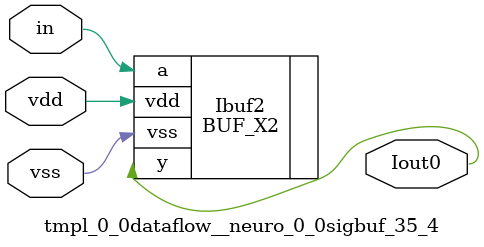
<source format=v>
module tmpl_0_0dataflow__neuro_0_0sigbuf_35_4(in, Iout0 , vdd, vss); 
   input vdd;
   input vss;
   input in;
   

// -- signals ---
   output Iout0 ;
   wire in;

// --- instances
BUF_X2 Ibuf2  (.y(Iout0 ), .a(in), .vdd(vdd), .vss(vss));
endmodule
</source>
